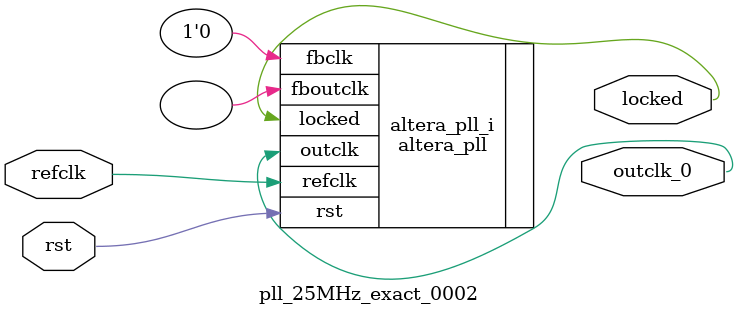
<source format=v>
`timescale 1ns/10ps
module  pll_25MHz_exact_0002(

	// interface 'refclk'
	input wire refclk,

	// interface 'reset'
	input wire rst,

	// interface 'outclk0'
	output wire outclk_0,

	// interface 'locked'
	output wire locked
);

	altera_pll #(
		.fractional_vco_multiplier("false"),
		.reference_clock_frequency("50.0 MHz"),
		.operation_mode("direct"),
		.number_of_clocks(1),
		.output_clock_frequency0("25.000000 MHz"),
		.phase_shift0("0 ps"),
		.duty_cycle0(50),
		.output_clock_frequency1("0 MHz"),
		.phase_shift1("0 ps"),
		.duty_cycle1(50),
		.output_clock_frequency2("0 MHz"),
		.phase_shift2("0 ps"),
		.duty_cycle2(50),
		.output_clock_frequency3("0 MHz"),
		.phase_shift3("0 ps"),
		.duty_cycle3(50),
		.output_clock_frequency4("0 MHz"),
		.phase_shift4("0 ps"),
		.duty_cycle4(50),
		.output_clock_frequency5("0 MHz"),
		.phase_shift5("0 ps"),
		.duty_cycle5(50),
		.output_clock_frequency6("0 MHz"),
		.phase_shift6("0 ps"),
		.duty_cycle6(50),
		.output_clock_frequency7("0 MHz"),
		.phase_shift7("0 ps"),
		.duty_cycle7(50),
		.output_clock_frequency8("0 MHz"),
		.phase_shift8("0 ps"),
		.duty_cycle8(50),
		.output_clock_frequency9("0 MHz"),
		.phase_shift9("0 ps"),
		.duty_cycle9(50),
		.output_clock_frequency10("0 MHz"),
		.phase_shift10("0 ps"),
		.duty_cycle10(50),
		.output_clock_frequency11("0 MHz"),
		.phase_shift11("0 ps"),
		.duty_cycle11(50),
		.output_clock_frequency12("0 MHz"),
		.phase_shift12("0 ps"),
		.duty_cycle12(50),
		.output_clock_frequency13("0 MHz"),
		.phase_shift13("0 ps"),
		.duty_cycle13(50),
		.output_clock_frequency14("0 MHz"),
		.phase_shift14("0 ps"),
		.duty_cycle14(50),
		.output_clock_frequency15("0 MHz"),
		.phase_shift15("0 ps"),
		.duty_cycle15(50),
		.output_clock_frequency16("0 MHz"),
		.phase_shift16("0 ps"),
		.duty_cycle16(50),
		.output_clock_frequency17("0 MHz"),
		.phase_shift17("0 ps"),
		.duty_cycle17(50),
		.pll_type("General"),
		.pll_subtype("General")
	) altera_pll_i (
		.rst	(rst),
		.outclk	({outclk_0}),
		.locked	(locked),
		.fboutclk	( ),
		.fbclk	(1'b0),
		.refclk	(refclk)
	);
endmodule


</source>
